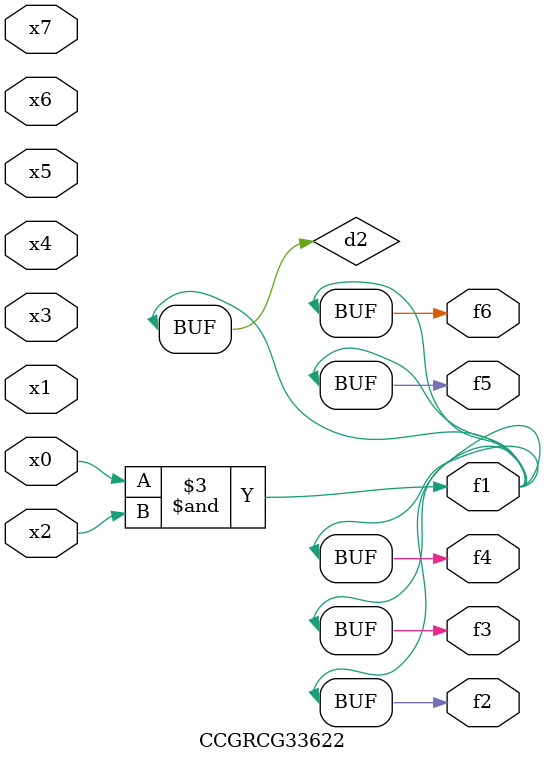
<source format=v>
module CCGRCG33622(
	input x0, x1, x2, x3, x4, x5, x6, x7,
	output f1, f2, f3, f4, f5, f6
);

	wire d1, d2;

	nor (d1, x3, x6);
	and (d2, x0, x2);
	assign f1 = d2;
	assign f2 = d2;
	assign f3 = d2;
	assign f4 = d2;
	assign f5 = d2;
	assign f6 = d2;
endmodule

</source>
